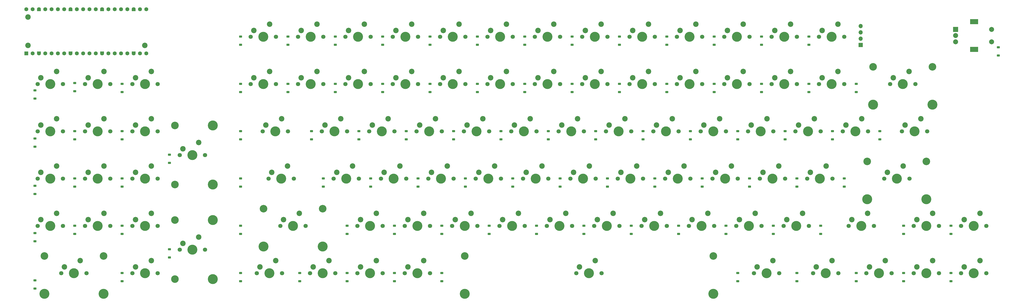
<source format=gbr>
%TF.GenerationSoftware,KiCad,Pcbnew,8.0.8*%
%TF.CreationDate,2025-04-09T15:43:05-07:00*%
%TF.ProjectId,hackboard,6861636b-626f-4617-9264-2e6b69636164,rev?*%
%TF.SameCoordinates,Original*%
%TF.FileFunction,Soldermask,Bot*%
%TF.FilePolarity,Negative*%
%FSLAX46Y46*%
G04 Gerber Fmt 4.6, Leading zero omitted, Abs format (unit mm)*
G04 Created by KiCad (PCBNEW 8.0.8) date 2025-04-09 15:43:05*
%MOMM*%
%LPD*%
G01*
G04 APERTURE LIST*
G04 Aperture macros list*
%AMRoundRect*
0 Rectangle with rounded corners*
0 $1 Rounding radius*
0 $2 $3 $4 $5 $6 $7 $8 $9 X,Y pos of 4 corners*
0 Add a 4 corners polygon primitive as box body*
4,1,4,$2,$3,$4,$5,$6,$7,$8,$9,$2,$3,0*
0 Add four circle primitives for the rounded corners*
1,1,$1+$1,$2,$3*
1,1,$1+$1,$4,$5*
1,1,$1+$1,$6,$7*
1,1,$1+$1,$8,$9*
0 Add four rect primitives between the rounded corners*
20,1,$1+$1,$2,$3,$4,$5,0*
20,1,$1+$1,$4,$5,$6,$7,0*
20,1,$1+$1,$6,$7,$8,$9,0*
20,1,$1+$1,$8,$9,$2,$3,0*%
%AMFreePoly0*
4,1,28,0.605014,0.794986,0.644504,0.794986,0.724698,0.756366,0.780194,0.686777,0.800000,0.600000,0.800000,-0.600000,0.780194,-0.686777,0.724698,-0.756366,0.644504,-0.794986,0.605014,-0.794986,0.600000,-0.800000,0.000000,-0.800000,-0.178017,-0.779942,-0.347107,-0.720775,-0.498792,-0.625465,-0.625465,-0.498792,-0.720775,-0.347107,-0.779942,-0.178017,-0.800000,0.000000,-0.779942,0.178017,
-0.720775,0.347107,-0.625465,0.498792,-0.498792,0.625465,-0.347107,0.720775,-0.178017,0.779942,0.000000,0.800000,0.600000,0.800000,0.605014,0.794986,0.605014,0.794986,$1*%
%AMFreePoly1*
4,1,28,0.178017,0.779942,0.347107,0.720775,0.498792,0.625465,0.625465,0.498792,0.720775,0.347107,0.779942,0.178017,0.800000,0.000000,0.779942,-0.178017,0.720775,-0.347107,0.625465,-0.498792,0.498792,-0.625465,0.347107,-0.720775,0.178017,-0.779942,0.000000,-0.800000,-0.600000,-0.800000,-0.605014,-0.794986,-0.644504,-0.794986,-0.724698,-0.756366,-0.780194,-0.686777,-0.800000,-0.600000,
-0.800000,0.600000,-0.780194,0.686777,-0.724698,0.756366,-0.644504,0.794986,-0.605014,0.794986,-0.600000,0.800000,0.000000,0.800000,0.178017,0.779942,0.178017,0.779942,$1*%
G04 Aperture macros list end*
%ADD10C,1.700000*%
%ADD11C,4.000000*%
%ADD12C,2.200000*%
%ADD13R,1.700000X1.700000*%
%ADD14O,1.700000X1.700000*%
%ADD15C,3.050000*%
%ADD16RoundRect,0.200000X0.600000X-0.600000X0.600000X0.600000X-0.600000X0.600000X-0.600000X-0.600000X0*%
%ADD17C,1.600000*%
%ADD18FreePoly0,90.000000*%
%ADD19FreePoly1,90.000000*%
%ADD20R,2.000000X2.000000*%
%ADD21C,2.000000*%
%ADD22R,3.200000X2.000000*%
%ADD23RoundRect,0.225000X0.375000X-0.225000X0.375000X0.225000X-0.375000X0.225000X-0.375000X-0.225000X0*%
G04 APERTURE END LIST*
D10*
%TO.C,SW74*%
X304561875Y-165893750D03*
D11*
X309641875Y-165893750D03*
D10*
X314721875Y-165893750D03*
D12*
X312181875Y-160813750D03*
X305831875Y-163353750D03*
%TD*%
D10*
%TO.C,SW13*%
X337899375Y-89693750D03*
D11*
X342979375Y-89693750D03*
D10*
X348059375Y-89693750D03*
D12*
X345519375Y-84613750D03*
X339169375Y-87153750D03*
%TD*%
D10*
%TO.C,SW53*%
X199786875Y-146843750D03*
D11*
X204866875Y-146843750D03*
D10*
X209946875Y-146843750D03*
D12*
X207406875Y-141763750D03*
X201056875Y-144303750D03*
%TD*%
D10*
%TO.C,SW72*%
X266461875Y-165893750D03*
D11*
X271541875Y-165893750D03*
D10*
X276621875Y-165893750D03*
D12*
X274081875Y-160813750D03*
X267731875Y-163353750D03*
%TD*%
D10*
%TO.C,SW3*%
X99774375Y-108743750D03*
D11*
X104854375Y-108743750D03*
D10*
X109934375Y-108743750D03*
D12*
X107394375Y-103663750D03*
X101044375Y-106203750D03*
%TD*%
D10*
%TO.C,SW50*%
X118824375Y-146843750D03*
D11*
X123904375Y-146843750D03*
D10*
X128984375Y-146843750D03*
D12*
X126444375Y-141763750D03*
X120094375Y-144303750D03*
%TD*%
D10*
%TO.C,SW75*%
X323611875Y-165893750D03*
D11*
X328691875Y-165893750D03*
D10*
X333771875Y-165893750D03*
D12*
X331231875Y-160813750D03*
X324881875Y-163353750D03*
%TD*%
D10*
%TO.C,SW61*%
X352186875Y-146843750D03*
D11*
X357266875Y-146843750D03*
D10*
X362346875Y-146843750D03*
D12*
X359806875Y-141763750D03*
X353456875Y-144303750D03*
%TD*%
D10*
%TO.C,SW14*%
X356949375Y-89693750D03*
D11*
X362029375Y-89693750D03*
D10*
X367109375Y-89693750D03*
D12*
X364569375Y-84613750D03*
X358219375Y-87153750D03*
%TD*%
D10*
%TO.C,SW47*%
X404574375Y-127793750D03*
D11*
X409654375Y-127793750D03*
D10*
X414734375Y-127793750D03*
D12*
X412194375Y-122713750D03*
X405844375Y-125253750D03*
%TD*%
D10*
%TO.C,SW25*%
X280749375Y-108743750D03*
D11*
X285829375Y-108743750D03*
D10*
X290909375Y-108743750D03*
D12*
X288369375Y-103663750D03*
X282019375Y-106203750D03*
%TD*%
D10*
%TO.C,SW79*%
X406955625Y-165893750D03*
D11*
X412035625Y-165893750D03*
D10*
X417115625Y-165893750D03*
D12*
X414575625Y-160813750D03*
X408225625Y-163353750D03*
%TD*%
D13*
%TO.C,Brd1*%
X411803750Y-92991875D03*
D14*
X411803750Y-90451875D03*
X411803750Y-87911875D03*
X411803750Y-85371875D03*
%TD*%
D15*
%TO.C,SW32*%
X416804375Y-101743750D03*
D11*
X416804375Y-116983750D03*
D10*
X423624375Y-108743750D03*
D11*
X428704375Y-108743750D03*
D10*
X433784375Y-108743750D03*
D15*
X440604375Y-101743750D03*
D11*
X440604375Y-116983750D03*
D12*
X431244375Y-103663750D03*
X424894375Y-106203750D03*
%TD*%
D10*
%TO.C,SW90*%
X368855625Y-184943750D03*
D11*
X373935625Y-184943750D03*
D10*
X379015625Y-184943750D03*
D12*
X376475625Y-179863750D03*
X370125625Y-182403750D03*
%TD*%
D15*
%TO.C,SW68*%
X171535625Y-158893750D03*
D11*
X171535625Y-174133750D03*
D10*
X178355625Y-165893750D03*
D11*
X183435625Y-165893750D03*
D10*
X188515625Y-165893750D03*
D15*
X195335625Y-158893750D03*
D11*
X195335625Y-174133750D03*
D12*
X185975625Y-160813750D03*
X179625625Y-163353750D03*
%TD*%
D10*
%TO.C,SW49*%
X99774375Y-146843750D03*
D11*
X104854375Y-146843750D03*
D10*
X109934375Y-146843750D03*
D12*
X107394375Y-141763750D03*
X101044375Y-144303750D03*
%TD*%
D10*
%TO.C,SW11*%
X299799375Y-89693750D03*
D11*
X304879375Y-89693750D03*
D10*
X309959375Y-89693750D03*
D12*
X307419375Y-84613750D03*
X301069375Y-87153750D03*
%TD*%
D15*
%TO.C,SW81*%
X83429375Y-177943750D03*
D11*
X83429375Y-193183750D03*
D10*
X90249375Y-184943750D03*
D11*
X95329375Y-184943750D03*
D10*
X100409375Y-184943750D03*
D15*
X107229375Y-177943750D03*
D11*
X107229375Y-193183750D03*
D12*
X97869375Y-179863750D03*
X91519375Y-182403750D03*
%TD*%
D10*
%TO.C,SW58*%
X295036875Y-146843750D03*
D11*
X300116875Y-146843750D03*
D10*
X305196875Y-146843750D03*
D12*
X302656875Y-141763750D03*
X296306875Y-144303750D03*
%TD*%
D10*
%TO.C,SW56*%
X256936875Y-146843750D03*
D11*
X262016875Y-146843750D03*
D10*
X267096875Y-146843750D03*
D12*
X264556875Y-141763750D03*
X258206875Y-144303750D03*
%TD*%
D10*
%TO.C,SW80*%
X433149375Y-165893750D03*
D11*
X438229375Y-165893750D03*
D10*
X443309375Y-165893750D03*
D12*
X440769375Y-160813750D03*
X434419375Y-163353750D03*
%TD*%
D10*
%TO.C,SW7*%
X223599375Y-89693750D03*
D11*
X228679375Y-89693750D03*
D10*
X233759375Y-89693750D03*
D12*
X231219375Y-84613750D03*
X224869375Y-87153750D03*
%TD*%
D15*
%TO.C,SW51*%
X135954375Y-125418750D03*
X135954375Y-149218750D03*
D10*
X137874375Y-137318750D03*
D11*
X142954375Y-137318750D03*
D10*
X148034375Y-137318750D03*
D11*
X151194375Y-125418750D03*
X151194375Y-149218750D03*
D12*
X145494375Y-132238750D03*
X139144375Y-134778750D03*
%TD*%
D10*
%TO.C,SW54*%
X218836875Y-146843750D03*
D11*
X223916875Y-146843750D03*
D10*
X228996875Y-146843750D03*
D12*
X226456875Y-141763750D03*
X220106875Y-144303750D03*
%TD*%
D10*
%TO.C,SW30*%
X375999375Y-108743750D03*
D11*
X381079375Y-108743750D03*
D10*
X386159375Y-108743750D03*
D12*
X383619375Y-103663750D03*
X377269375Y-106203750D03*
%TD*%
D10*
%TO.C,SW40*%
X271224375Y-127793750D03*
D11*
X276304375Y-127793750D03*
D10*
X281384375Y-127793750D03*
D12*
X278844375Y-122713750D03*
X272494375Y-125253750D03*
%TD*%
D10*
%TO.C,SW27*%
X318849375Y-108743750D03*
D11*
X323929375Y-108743750D03*
D10*
X329009375Y-108743750D03*
D12*
X326469375Y-103663750D03*
X320119375Y-106203750D03*
%TD*%
D10*
%TO.C,SW83*%
X118824375Y-184943750D03*
D11*
X123904375Y-184943750D03*
D10*
X128984375Y-184943750D03*
D12*
X126444375Y-179863750D03*
X120094375Y-182403750D03*
%TD*%
D10*
%TO.C,SW38*%
X233124375Y-127793750D03*
D11*
X238204375Y-127793750D03*
D10*
X243284375Y-127793750D03*
D12*
X240744375Y-122713750D03*
X234394375Y-125253750D03*
%TD*%
D10*
%TO.C,SW85*%
X168830625Y-184943750D03*
D11*
X173910625Y-184943750D03*
D10*
X178990625Y-184943750D03*
D12*
X176450625Y-179863750D03*
X170100625Y-182403750D03*
%TD*%
D10*
%TO.C,SW8*%
X242649375Y-89693750D03*
D11*
X247729375Y-89693750D03*
D10*
X252809375Y-89693750D03*
D12*
X250269375Y-84613750D03*
X243919375Y-87153750D03*
%TD*%
D10*
%TO.C,SW93*%
X433149375Y-184943750D03*
D11*
X438229375Y-184943750D03*
D10*
X443309375Y-184943750D03*
D12*
X440769375Y-179863750D03*
X434419375Y-182403750D03*
%TD*%
D10*
%TO.C,SW22*%
X223599375Y-108743750D03*
D11*
X228679375Y-108743750D03*
D10*
X233759375Y-108743750D03*
D12*
X231219375Y-103663750D03*
X224869375Y-106203750D03*
%TD*%
D10*
%TO.C,SW62*%
X371236875Y-146843750D03*
D11*
X376316875Y-146843750D03*
D10*
X381396875Y-146843750D03*
D12*
X378856875Y-141763750D03*
X372506875Y-144303750D03*
%TD*%
D10*
%TO.C,SW67*%
X99774375Y-165893750D03*
D11*
X104854375Y-165893750D03*
D10*
X109934375Y-165893750D03*
D12*
X107394375Y-160813750D03*
X101044375Y-163353750D03*
%TD*%
D10*
%TO.C,SW59*%
X314086875Y-146843750D03*
D11*
X319166875Y-146843750D03*
D10*
X324246875Y-146843750D03*
D12*
X321706875Y-141763750D03*
X315356875Y-144303750D03*
%TD*%
D10*
%TO.C,SW44*%
X347424375Y-127793750D03*
D11*
X352504375Y-127793750D03*
D10*
X357584375Y-127793750D03*
D12*
X355044375Y-122713750D03*
X348694375Y-125253750D03*
%TD*%
D10*
%TO.C,SW37*%
X214074375Y-127793750D03*
D11*
X219154375Y-127793750D03*
D10*
X224234375Y-127793750D03*
D12*
X221694375Y-122713750D03*
X215344375Y-125253750D03*
%TD*%
D10*
%TO.C,SW26*%
X299799375Y-108743750D03*
D11*
X304879375Y-108743750D03*
D10*
X309959375Y-108743750D03*
D12*
X307419375Y-103663750D03*
X301069375Y-106203750D03*
%TD*%
D10*
%TO.C,SW94*%
X452199375Y-184943750D03*
D11*
X457279375Y-184943750D03*
D10*
X462359375Y-184943750D03*
D12*
X459819375Y-179863750D03*
X453469375Y-182403750D03*
%TD*%
D10*
%TO.C,SW55*%
X237886875Y-146843750D03*
D11*
X242966875Y-146843750D03*
D10*
X248046875Y-146843750D03*
D12*
X245506875Y-141763750D03*
X239156875Y-144303750D03*
%TD*%
D16*
%TO.C,U1*%
X76180000Y-96330000D03*
D17*
X78720000Y-96330000D03*
D18*
X81260000Y-96330000D03*
D17*
X83800000Y-96330000D03*
X86340000Y-96330000D03*
X88880000Y-96330000D03*
X91420000Y-96330000D03*
D18*
X93960000Y-96330000D03*
D17*
X96500000Y-96330000D03*
X99040000Y-96330000D03*
X101580000Y-96330000D03*
X104120000Y-96330000D03*
D18*
X106660000Y-96330000D03*
D17*
X109200000Y-96330000D03*
X111740000Y-96330000D03*
X114280000Y-96330000D03*
X116820000Y-96330000D03*
D18*
X119360000Y-96330000D03*
D17*
X121900000Y-96330000D03*
X124440000Y-96330000D03*
X124440000Y-78550000D03*
X121900000Y-78550000D03*
D19*
X119360000Y-78550000D03*
D17*
X116820000Y-78550000D03*
X114280000Y-78550000D03*
X111740000Y-78550000D03*
X109200000Y-78550000D03*
D19*
X106660000Y-78550000D03*
D17*
X104120000Y-78550000D03*
X101580000Y-78550000D03*
X99040000Y-78550000D03*
X96500000Y-78550000D03*
D19*
X93960000Y-78550000D03*
D17*
X91420000Y-78550000D03*
X88880000Y-78550000D03*
X86340000Y-78550000D03*
X83800000Y-78550000D03*
D19*
X81260000Y-78550000D03*
D17*
X78720000Y-78550000D03*
X76180000Y-78550000D03*
%TD*%
D12*
%TO.C,H2*%
X76810000Y-93130000D03*
%TD*%
D10*
%TO.C,SW63*%
X390286875Y-146843750D03*
D11*
X395366875Y-146843750D03*
D10*
X400446875Y-146843750D03*
D12*
X397906875Y-141763750D03*
X391556875Y-144303750D03*
%TD*%
D10*
%TO.C,SW9*%
X261699375Y-89693750D03*
D11*
X266779375Y-89693750D03*
D10*
X271859375Y-89693750D03*
D12*
X269319375Y-84613750D03*
X262969375Y-87153750D03*
%TD*%
D10*
%TO.C,SW5*%
X185499375Y-89693750D03*
D11*
X190579375Y-89693750D03*
D10*
X195659375Y-89693750D03*
D12*
X193119375Y-84613750D03*
X186769375Y-87153750D03*
%TD*%
D10*
%TO.C,SW2*%
X80724375Y-108743750D03*
D11*
X85804375Y-108743750D03*
D10*
X90884375Y-108743750D03*
D12*
X88344375Y-103663750D03*
X81994375Y-106203750D03*
%TD*%
D15*
%TO.C,SW84*%
X135954375Y-163518750D03*
X135954375Y-187318750D03*
D10*
X137874375Y-175418750D03*
D11*
X142954375Y-175418750D03*
D10*
X148034375Y-175418750D03*
D11*
X151194375Y-163518750D03*
X151194375Y-187318750D03*
D12*
X145494375Y-170338750D03*
X139144375Y-172878750D03*
%TD*%
D10*
%TO.C,SW18*%
X118824375Y-127793750D03*
D11*
X123904375Y-127793750D03*
D10*
X128984375Y-127793750D03*
D12*
X126444375Y-122713750D03*
X120094375Y-125253750D03*
%TD*%
D10*
%TO.C,SW41*%
X290274375Y-127793750D03*
D11*
X295354375Y-127793750D03*
D10*
X300434375Y-127793750D03*
D12*
X297894375Y-122713750D03*
X291544375Y-125253750D03*
%TD*%
D10*
%TO.C,SW21*%
X204549375Y-108743750D03*
D11*
X209629375Y-108743750D03*
D10*
X214709375Y-108743750D03*
D12*
X212169375Y-103663750D03*
X205819375Y-106203750D03*
%TD*%
D10*
%TO.C,SW28*%
X337899375Y-108743750D03*
D11*
X342979375Y-108743750D03*
D10*
X348059375Y-108743750D03*
D12*
X345519375Y-103663750D03*
X339169375Y-106203750D03*
%TD*%
D10*
%TO.C,SW45*%
X366474375Y-127793750D03*
D11*
X371554375Y-127793750D03*
D10*
X376634375Y-127793750D03*
D12*
X374094375Y-122713750D03*
X367744375Y-125253750D03*
%TD*%
D10*
%TO.C,SW6*%
X204549375Y-89693750D03*
D11*
X209629375Y-89693750D03*
D10*
X214709375Y-89693750D03*
D12*
X212169375Y-84613750D03*
X205819375Y-87153750D03*
%TD*%
D10*
%TO.C,SW91*%
X392668125Y-184943750D03*
D11*
X397748125Y-184943750D03*
D10*
X402828125Y-184943750D03*
D12*
X400288125Y-179863750D03*
X393938125Y-182403750D03*
%TD*%
D10*
%TO.C,SW92*%
X414099375Y-184943750D03*
D11*
X419179375Y-184943750D03*
D10*
X424259375Y-184943750D03*
D12*
X421719375Y-179863750D03*
X415369375Y-182403750D03*
%TD*%
D10*
%TO.C,SW73*%
X285511875Y-165893750D03*
D11*
X290591875Y-165893750D03*
D10*
X295671875Y-165893750D03*
D12*
X293131875Y-160813750D03*
X286781875Y-163353750D03*
%TD*%
D10*
%TO.C,SW29*%
X356949375Y-108743750D03*
D11*
X362029375Y-108743750D03*
D10*
X367109375Y-108743750D03*
D12*
X364569375Y-103663750D03*
X358219375Y-106203750D03*
%TD*%
D20*
%TO.C,SW1*%
X449950000Y-86678125D03*
D21*
X449950000Y-91678125D03*
X449950000Y-89178125D03*
D22*
X457450000Y-83578125D03*
X457450000Y-94778125D03*
D21*
X464450000Y-91678125D03*
X464450000Y-86678125D03*
%TD*%
D10*
%TO.C,SW88*%
X228361875Y-184943750D03*
D11*
X233441875Y-184943750D03*
D10*
X238521875Y-184943750D03*
D12*
X235981875Y-179863750D03*
X229631875Y-182403750D03*
%TD*%
D15*
%TO.C,SW89*%
X252498125Y-177943750D03*
D11*
X252498125Y-193183750D03*
D10*
X297418125Y-184943750D03*
D11*
X302498125Y-184943750D03*
D10*
X307578125Y-184943750D03*
D15*
X352498125Y-177943750D03*
D11*
X352498125Y-193183750D03*
D12*
X305038125Y-179863750D03*
X298688125Y-182403750D03*
%TD*%
D10*
%TO.C,SW82*%
X118824375Y-165893750D03*
D11*
X123904375Y-165893750D03*
D10*
X128984375Y-165893750D03*
D12*
X126444375Y-160813750D03*
X120094375Y-163353750D03*
%TD*%
D10*
%TO.C,SW12*%
X318849375Y-89693750D03*
D11*
X323929375Y-89693750D03*
D10*
X329009375Y-89693750D03*
D12*
X326469375Y-84613750D03*
X320119375Y-87153750D03*
%TD*%
D10*
%TO.C,SW24*%
X261699375Y-108743750D03*
D11*
X266779375Y-108743750D03*
D10*
X271859375Y-108743750D03*
D12*
X269319375Y-103663750D03*
X262969375Y-106203750D03*
%TD*%
%TO.C,H3*%
X123810000Y-93130000D03*
%TD*%
D10*
%TO.C,SW52*%
X173593125Y-146843750D03*
D11*
X178673125Y-146843750D03*
D10*
X183753125Y-146843750D03*
D12*
X181213125Y-141763750D03*
X174863125Y-144303750D03*
%TD*%
D10*
%TO.C,SW15*%
X375999375Y-89693750D03*
D11*
X381079375Y-89693750D03*
D10*
X386159375Y-89693750D03*
D12*
X383619375Y-84613750D03*
X377269375Y-87153750D03*
%TD*%
D10*
%TO.C,SW23*%
X242649375Y-108743750D03*
D11*
X247729375Y-108743750D03*
D10*
X252809375Y-108743750D03*
D12*
X250269375Y-103663750D03*
X243919375Y-106203750D03*
%TD*%
D10*
%TO.C,SW4*%
X166449375Y-89693750D03*
D11*
X171529375Y-89693750D03*
D10*
X176609375Y-89693750D03*
D12*
X174069375Y-84613750D03*
X167719375Y-87153750D03*
%TD*%
D10*
%TO.C,SW19*%
X166449375Y-108743750D03*
D11*
X171529375Y-108743750D03*
D10*
X176609375Y-108743750D03*
D12*
X174069375Y-103663750D03*
X167719375Y-106203750D03*
%TD*%
D10*
%TO.C,SW46*%
X385524375Y-127793750D03*
D11*
X390604375Y-127793750D03*
D10*
X395684375Y-127793750D03*
D12*
X393144375Y-122713750D03*
X386794375Y-125253750D03*
%TD*%
D10*
%TO.C,SW16*%
X395049370Y-89693750D03*
D11*
X400129370Y-89693750D03*
D10*
X405209370Y-89693750D03*
D12*
X402669370Y-84613750D03*
X396319370Y-87153750D03*
%TD*%
D10*
%TO.C,SW65*%
X80724375Y-146843750D03*
D11*
X85804375Y-146843750D03*
D10*
X90884375Y-146843750D03*
D12*
X88344375Y-141763750D03*
X81994375Y-144303750D03*
%TD*%
D10*
%TO.C,SW48*%
X428386875Y-127793750D03*
D11*
X433466875Y-127793750D03*
D10*
X438546875Y-127793750D03*
D12*
X436006875Y-122713750D03*
X429656875Y-125253750D03*
%TD*%
D10*
%TO.C,SW43*%
X328374375Y-127793750D03*
D11*
X333454375Y-127793750D03*
D10*
X338534375Y-127793750D03*
D12*
X335994375Y-122713750D03*
X329644375Y-125253750D03*
%TD*%
D10*
%TO.C,SW70*%
X228361875Y-165893750D03*
D11*
X233441875Y-165893750D03*
D10*
X238521875Y-165893750D03*
D12*
X235981875Y-160813750D03*
X229631875Y-163353750D03*
%TD*%
D10*
%TO.C,SW57*%
X275986875Y-146843750D03*
D11*
X281066875Y-146843750D03*
D10*
X286146875Y-146843750D03*
D12*
X283606875Y-141763750D03*
X277256875Y-144303750D03*
%TD*%
D10*
%TO.C,SW35*%
X171211875Y-127793750D03*
D11*
X176291875Y-127793750D03*
D10*
X181371875Y-127793750D03*
D12*
X178831875Y-122713750D03*
X172481875Y-125253750D03*
%TD*%
D10*
%TO.C,SW34*%
X99774375Y-127793750D03*
D11*
X104854375Y-127793750D03*
D10*
X109934375Y-127793750D03*
D12*
X107394375Y-122713750D03*
X101044375Y-125253750D03*
%TD*%
D10*
%TO.C,SW77*%
X361711875Y-165893750D03*
D11*
X366791875Y-165893750D03*
D10*
X371871875Y-165893750D03*
D12*
X369331875Y-160813750D03*
X362981875Y-163353750D03*
%TD*%
D10*
%TO.C,SW10*%
X280749375Y-89693750D03*
D11*
X285829375Y-89693750D03*
D10*
X290909375Y-89693750D03*
D12*
X288369375Y-84613750D03*
X282019375Y-87153750D03*
%TD*%
D10*
%TO.C,SW71*%
X247411875Y-165893750D03*
D11*
X252491875Y-165893750D03*
D10*
X257571875Y-165893750D03*
D12*
X255031875Y-160813750D03*
X248681875Y-163353750D03*
%TD*%
D15*
%TO.C,SW64*%
X414423125Y-139843750D03*
D11*
X414423125Y-155083750D03*
D10*
X421243125Y-146843750D03*
D11*
X426323125Y-146843750D03*
D10*
X431403125Y-146843750D03*
D15*
X438223125Y-139843750D03*
D11*
X438223125Y-155083750D03*
D12*
X428863125Y-141763750D03*
X422513125Y-144303750D03*
%TD*%
D10*
%TO.C,SW66*%
X80724375Y-165893750D03*
D11*
X85804375Y-165893750D03*
D10*
X90884375Y-165893750D03*
D12*
X88344375Y-160813750D03*
X81994375Y-163353750D03*
%TD*%
%TO.C,H1*%
X76810000Y-81730000D03*
%TD*%
D10*
%TO.C,SW33*%
X80724375Y-127793750D03*
D11*
X85804375Y-127793750D03*
D10*
X90884375Y-127793750D03*
D12*
X88344375Y-122713750D03*
X81994375Y-125253750D03*
%TD*%
D10*
%TO.C,SW39*%
X252174375Y-127793750D03*
D11*
X257254375Y-127793750D03*
D10*
X262334375Y-127793750D03*
D12*
X259794375Y-122713750D03*
X253444375Y-125253750D03*
%TD*%
D10*
%TO.C,SW36*%
X195024375Y-127793750D03*
D11*
X200104375Y-127793750D03*
D10*
X205184375Y-127793750D03*
D12*
X202644375Y-122713750D03*
X196294375Y-125253750D03*
%TD*%
D10*
%TO.C,SW42*%
X309324375Y-127793750D03*
D11*
X314404375Y-127793750D03*
D10*
X319484375Y-127793750D03*
D12*
X316944375Y-122713750D03*
X310594375Y-125253750D03*
%TD*%
D10*
%TO.C,SW20*%
X185499375Y-108743750D03*
D11*
X190579375Y-108743750D03*
D10*
X195659375Y-108743750D03*
D12*
X193119375Y-103663750D03*
X186769375Y-106203750D03*
%TD*%
D10*
%TO.C,SW76*%
X342661875Y-165893750D03*
D11*
X347741875Y-165893750D03*
D10*
X352821875Y-165893750D03*
D12*
X350281875Y-160813750D03*
X343931875Y-163353750D03*
%TD*%
D10*
%TO.C,SW86*%
X190261875Y-184943750D03*
D11*
X195341875Y-184943750D03*
D10*
X200421875Y-184943750D03*
D12*
X197881875Y-179863750D03*
X191531875Y-182403750D03*
%TD*%
D10*
%TO.C,SW69*%
X209311875Y-165893750D03*
D11*
X214391875Y-165893750D03*
D10*
X219471875Y-165893750D03*
D12*
X216931875Y-160813750D03*
X210581875Y-163353750D03*
%TD*%
D10*
%TO.C,SW87*%
X209311875Y-184943750D03*
D11*
X214391875Y-184943750D03*
D10*
X219471875Y-184943750D03*
D12*
X216931875Y-179863750D03*
X210581875Y-182403750D03*
%TD*%
D10*
%TO.C,SW17*%
X118824375Y-108743750D03*
D11*
X123904375Y-108743750D03*
D10*
X128984375Y-108743750D03*
D12*
X126444375Y-103663750D03*
X120094375Y-106203750D03*
%TD*%
D10*
%TO.C,SW95*%
X452199375Y-165893750D03*
D11*
X457279375Y-165893750D03*
D10*
X462359375Y-165893750D03*
D12*
X459819375Y-160813750D03*
X453469375Y-163353750D03*
%TD*%
D10*
%TO.C,SW60*%
X333136875Y-146843750D03*
D11*
X338216875Y-146843750D03*
D10*
X343296875Y-146843750D03*
D12*
X340756875Y-141763750D03*
X334406875Y-144303750D03*
%TD*%
D10*
%TO.C,SW78*%
X380761875Y-165893750D03*
D11*
X385841875Y-165893750D03*
D10*
X390921875Y-165893750D03*
D12*
X388381875Y-160813750D03*
X382031875Y-163353750D03*
%TD*%
D10*
%TO.C,SW31*%
X395049375Y-108743750D03*
D11*
X400129375Y-108743750D03*
D10*
X405209375Y-108743750D03*
D12*
X402669375Y-103663750D03*
X396319375Y-106203750D03*
%TD*%
D23*
%TO.C,D31*%
X390921875Y-111918750D03*
X390921875Y-108618750D03*
%TD*%
%TO.C,D21*%
X200421875Y-111918750D03*
X200421875Y-108618750D03*
%TD*%
%TO.C,D8*%
X238521875Y-92868750D03*
X238521875Y-89568750D03*
%TD*%
%TO.C,D23*%
X238521875Y-111918750D03*
X238521875Y-108618750D03*
%TD*%
%TO.C,D45*%
X362346875Y-130968750D03*
X362346875Y-127668750D03*
%TD*%
%TO.C,D1*%
X467121875Y-97234375D03*
X467121875Y-93934375D03*
%TD*%
%TO.C,D71*%
X243284375Y-169068750D03*
X243284375Y-165768750D03*
%TD*%
%TO.C,D74*%
X300434375Y-169068750D03*
X300434375Y-165768750D03*
%TD*%
%TO.C,D57*%
X271859375Y-150018750D03*
X271859375Y-146718750D03*
%TD*%
%TO.C,D41*%
X286146875Y-130968750D03*
X286146875Y-127668750D03*
%TD*%
%TO.C,D81*%
X79596875Y-191118750D03*
X79596875Y-187818750D03*
%TD*%
%TO.C,D84*%
X133746875Y-178593750D03*
X133746875Y-175293750D03*
%TD*%
%TO.C,D90*%
X362346875Y-188118750D03*
X362346875Y-184818750D03*
%TD*%
%TO.C,D35*%
X162321875Y-130968750D03*
X162321875Y-127668750D03*
%TD*%
%TO.C,D51*%
X133746875Y-140493750D03*
X133746875Y-137193750D03*
%TD*%
%TO.C,D17*%
X114696875Y-111918750D03*
X114696875Y-108618750D03*
%TD*%
%TO.C,D44*%
X343296875Y-130968750D03*
X343296875Y-127668750D03*
%TD*%
%TO.C,D26*%
X295671875Y-111918750D03*
X295671875Y-108618750D03*
%TD*%
%TO.C,D6*%
X200421875Y-92868750D03*
X200421875Y-89568750D03*
%TD*%
%TO.C,D3*%
X95646875Y-111584375D03*
X95646875Y-108284375D03*
%TD*%
%TO.C,D65*%
X79596875Y-153018750D03*
X79596875Y-149718750D03*
%TD*%
%TO.C,D11*%
X295671875Y-92868750D03*
X295671875Y-89568750D03*
%TD*%
%TO.C,D87*%
X205184375Y-188118750D03*
X205184375Y-184818750D03*
%TD*%
%TO.C,D73*%
X281384375Y-169068750D03*
X281384375Y-165768750D03*
%TD*%
%TO.C,D19*%
X162321875Y-111918750D03*
X162321875Y-108618750D03*
%TD*%
%TO.C,D28*%
X333771875Y-111918750D03*
X333771875Y-108618750D03*
%TD*%
%TO.C,D56*%
X252809375Y-150018750D03*
X252809375Y-146718750D03*
%TD*%
%TO.C,D24*%
X257571875Y-111918750D03*
X257571875Y-108618750D03*
%TD*%
%TO.C,D89*%
X243284375Y-188118750D03*
X243284375Y-184818750D03*
%TD*%
%TO.C,D76*%
X338534375Y-169068750D03*
X338534375Y-165768750D03*
%TD*%
%TO.C,D58*%
X290909375Y-150018750D03*
X290909375Y-146718750D03*
%TD*%
%TO.C,D91*%
X386159375Y-188118750D03*
X386159375Y-184818750D03*
%TD*%
%TO.C,D42*%
X305196875Y-130968750D03*
X305196875Y-127668750D03*
%TD*%
%TO.C,D5*%
X181371875Y-92868750D03*
X181371875Y-89568750D03*
%TD*%
%TO.C,D77*%
X357584375Y-169068750D03*
X357584375Y-165768750D03*
%TD*%
%TO.C,D39*%
X248046875Y-130968750D03*
X248046875Y-127668750D03*
%TD*%
%TO.C,D61*%
X348059375Y-150018750D03*
X348059375Y-146718750D03*
%TD*%
%TO.C,D12*%
X314721875Y-92868750D03*
X314721875Y-89568750D03*
%TD*%
%TO.C,D30*%
X371871875Y-111918750D03*
X371871875Y-108618750D03*
%TD*%
%TO.C,D34*%
X95646875Y-130968750D03*
X95646875Y-127668750D03*
%TD*%
%TO.C,D27*%
X314721875Y-111918750D03*
X314721875Y-108618750D03*
%TD*%
%TO.C,D69*%
X205184375Y-169068750D03*
X205184375Y-165768750D03*
%TD*%
%TO.C,D82*%
X114696875Y-169068750D03*
X114696875Y-165768750D03*
%TD*%
%TO.C,D47*%
X400446875Y-130968750D03*
X400446875Y-127668750D03*
%TD*%
%TO.C,D32*%
X409971875Y-111918750D03*
X409971875Y-108618750D03*
%TD*%
%TO.C,D49*%
X95646875Y-150018750D03*
X95646875Y-146718750D03*
%TD*%
%TO.C,D83*%
X114696875Y-188118750D03*
X114696875Y-184818750D03*
%TD*%
%TO.C,D79*%
X395684375Y-169068750D03*
X395684375Y-165768750D03*
%TD*%
%TO.C,D10*%
X276621875Y-92868750D03*
X276621875Y-89568750D03*
%TD*%
%TO.C,D18*%
X114696875Y-130968750D03*
X114696875Y-127668750D03*
%TD*%
%TO.C,D67*%
X95646875Y-169068750D03*
X95646875Y-165768750D03*
%TD*%
%TO.C,D78*%
X376634375Y-169068750D03*
X376634375Y-165768750D03*
%TD*%
%TO.C,D14*%
X352821875Y-92868750D03*
X352821875Y-89568750D03*
%TD*%
%TO.C,D93*%
X429021875Y-188118750D03*
X429021875Y-184818750D03*
%TD*%
%TO.C,D80*%
X429021875Y-169068750D03*
X429021875Y-165768750D03*
%TD*%
%TO.C,D16*%
X390921875Y-92868750D03*
X390921875Y-89568750D03*
%TD*%
%TO.C,D20*%
X181371875Y-111918750D03*
X181371875Y-108618750D03*
%TD*%
%TO.C,D53*%
X195659375Y-150018750D03*
X195659375Y-146718750D03*
%TD*%
%TO.C,D43*%
X324246875Y-130968750D03*
X324246875Y-127668750D03*
%TD*%
%TO.C,D25*%
X276621875Y-111918750D03*
X276621875Y-108618750D03*
%TD*%
%TO.C,D13*%
X333771875Y-92868750D03*
X333771875Y-89568750D03*
%TD*%
%TO.C,D85*%
X162321875Y-188118750D03*
X162321875Y-184818750D03*
%TD*%
%TO.C,D86*%
X186134375Y-188118750D03*
X186134375Y-184818750D03*
%TD*%
%TO.C,D22*%
X219471875Y-111918750D03*
X219471875Y-108618750D03*
%TD*%
%TO.C,D33*%
X79596875Y-133968750D03*
X79596875Y-130668750D03*
%TD*%
%TO.C,D2*%
X79596875Y-114584375D03*
X79596875Y-111284375D03*
%TD*%
%TO.C,D62*%
X367109375Y-150018750D03*
X367109375Y-146718750D03*
%TD*%
%TO.C,D88*%
X224234375Y-188118750D03*
X224234375Y-184818750D03*
%TD*%
%TO.C,D55*%
X233759375Y-150018750D03*
X233759375Y-146718750D03*
%TD*%
%TO.C,D75*%
X319484375Y-169068750D03*
X319484375Y-165768750D03*
%TD*%
%TO.C,D72*%
X262334375Y-169068750D03*
X262334375Y-165768750D03*
%TD*%
%TO.C,D70*%
X224234375Y-169068750D03*
X224234375Y-165768750D03*
%TD*%
%TO.C,D36*%
X190896875Y-130968750D03*
X190896875Y-127668750D03*
%TD*%
%TO.C,D29*%
X352821875Y-111918750D03*
X352821875Y-108618750D03*
%TD*%
%TO.C,D9*%
X257571875Y-92868750D03*
X257571875Y-89568750D03*
%TD*%
%TO.C,D63*%
X386159375Y-150018750D03*
X386159375Y-146718750D03*
%TD*%
%TO.C,D40*%
X267096875Y-130968750D03*
X267096875Y-127668750D03*
%TD*%
%TO.C,D60*%
X329009375Y-150018750D03*
X329009375Y-146718750D03*
%TD*%
%TO.C,D54*%
X214709375Y-150018750D03*
X214709375Y-146718750D03*
%TD*%
%TO.C,D46*%
X381396875Y-130968750D03*
X381396875Y-127668750D03*
%TD*%
%TO.C,D50*%
X114696875Y-150018750D03*
X114696875Y-146718750D03*
%TD*%
%TO.C,D38*%
X228996875Y-130968750D03*
X228996875Y-127668750D03*
%TD*%
%TO.C,D66*%
X79596875Y-172068750D03*
X79596875Y-168768750D03*
%TD*%
%TO.C,D59*%
X309959375Y-150018750D03*
X309959375Y-146718750D03*
%TD*%
%TO.C,D94*%
X448071875Y-188118750D03*
X448071875Y-184818750D03*
%TD*%
%TO.C,D95*%
X448071875Y-169068750D03*
X448071875Y-165768750D03*
%TD*%
%TO.C,D7*%
X219471875Y-92868750D03*
X219471875Y-89568750D03*
%TD*%
%TO.C,D64*%
X405209375Y-150018750D03*
X405209375Y-146718750D03*
%TD*%
%TO.C,D48*%
X419496875Y-130968750D03*
X419496875Y-127668750D03*
%TD*%
%TO.C,D15*%
X371871875Y-92868750D03*
X371871875Y-89568750D03*
%TD*%
%TO.C,D4*%
X162321875Y-92868750D03*
X162321875Y-89568750D03*
%TD*%
%TO.C,D52*%
X162321875Y-150018750D03*
X162321875Y-146718750D03*
%TD*%
%TO.C,D92*%
X409971875Y-188118750D03*
X409971875Y-184818750D03*
%TD*%
%TO.C,D37*%
X209946875Y-130968750D03*
X209946875Y-127668750D03*
%TD*%
%TO.C,D68*%
X162321875Y-169068750D03*
X162321875Y-165768750D03*
%TD*%
M02*

</source>
